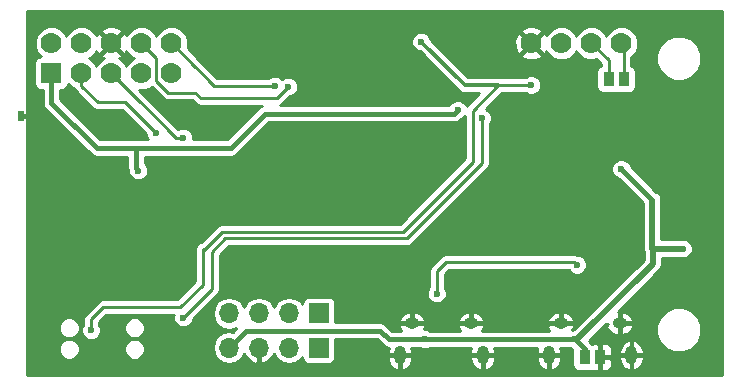
<source format=gbr>
G04 #@! TF.FileFunction,Copper,L2,Bot,Signal*
%FSLAX46Y46*%
G04 Gerber Fmt 4.6, Leading zero omitted, Abs format (unit mm)*
G04 Created by KiCad (PCBNEW 4.0.7) date 12/12/18 10:49:55*
%MOMM*%
%LPD*%
G01*
G04 APERTURE LIST*
%ADD10C,0.100000*%
%ADD11R,1.700000X1.700000*%
%ADD12O,1.700000X1.700000*%
%ADD13O,1.250000X0.950000*%
%ADD14O,1.000000X1.550000*%
%ADD15C,0.600000*%
%ADD16R,0.500000X0.900000*%
%ADD17R,1.778000X1.778000*%
%ADD18C,1.778000*%
%ADD19R,0.970000X1.270000*%
%ADD20C,0.250000*%
%ADD21C,0.400000*%
%ADD22C,0.300000*%
%ADD23C,0.500000*%
%ADD24C,0.254000*%
G04 APERTURE END LIST*
D10*
D11*
X179527200Y-100101400D03*
D12*
X176987200Y-100101400D03*
X174447200Y-100101400D03*
X171907200Y-100101400D03*
D13*
X187388400Y-100951500D03*
X192388400Y-100951500D03*
D14*
X186388400Y-103651500D03*
X193388400Y-103651500D03*
D13*
X199988400Y-100951500D03*
X204988400Y-100951500D03*
D14*
X198988400Y-103651500D03*
X205988400Y-103651500D03*
D15*
X209448400Y-95948500D03*
X204495400Y-96202500D03*
X196494400Y-88709500D03*
X197866000Y-82931000D03*
D11*
X179527200Y-102997000D03*
D12*
X176987200Y-102997000D03*
X174447200Y-102997000D03*
X171907200Y-102997000D03*
D15*
X178765200Y-95072200D03*
X188264800Y-95123000D03*
X176174400Y-87757000D03*
X163474400Y-84010500D03*
X165633400Y-81851500D03*
X168173400Y-82486500D03*
X155536900Y-84328000D03*
X156362400Y-86804500D03*
X157251400Y-86804500D03*
X158203900Y-86804500D03*
X159156400Y-86741000D03*
X156489400Y-84328000D03*
X157314900Y-84328000D03*
X171475400Y-82994500D03*
X171538900Y-84264500D03*
X173062900Y-83058000D03*
X172491400Y-83820000D03*
X162902900Y-84328000D03*
X162013900Y-84391500D03*
X161251900Y-84391500D03*
X160616900Y-84391500D03*
D16*
X154266900Y-83371000D03*
D15*
X168744900Y-77343000D03*
X169316400Y-76962000D03*
X170967400Y-79057500D03*
X179095400Y-81534000D03*
X170078400Y-76644500D03*
X170903900Y-76581000D03*
X171729400Y-76581000D03*
X172745400Y-76644500D03*
X155473400Y-86804500D03*
X162839400Y-87185500D03*
X161950400Y-87185500D03*
X160870900Y-87122000D03*
X160045400Y-86931500D03*
D17*
X156870400Y-79773780D03*
D18*
X156870400Y-77233780D03*
X159410400Y-79773780D03*
X159410400Y-77233780D03*
X161950400Y-79773780D03*
X161950400Y-77233780D03*
X164490400Y-79773780D03*
X164490400Y-77233780D03*
X167030400Y-79773780D03*
X167030400Y-77233780D03*
X197510400Y-77233780D03*
X200050400Y-77233780D03*
X202590400Y-77233780D03*
X205130400Y-77233780D03*
D15*
X173062900Y-77470000D03*
X173507400Y-79057500D03*
X209448400Y-96647000D03*
X195732400Y-100647500D03*
X167665400Y-82931000D03*
X168046400Y-83629500D03*
X167220900Y-83439000D03*
X168871900Y-102806500D03*
D19*
X202013900Y-103822500D03*
X203293900Y-103822500D03*
X204045900Y-80264000D03*
X205325900Y-80264000D03*
D15*
X201371200Y-95986600D03*
X189509400Y-98425000D03*
X165696900Y-84836000D03*
X168046400Y-85217000D03*
X176936400Y-80899000D03*
X175793400Y-80835500D03*
X164236400Y-88011000D03*
X191262000Y-82880200D03*
X201193400Y-102298500D03*
X188493400Y-102298500D03*
X205130400Y-87884000D03*
X210337400Y-94615000D03*
X188175900Y-77089000D03*
X160235900Y-101536500D03*
X197510400Y-80772000D03*
X168046400Y-100457000D03*
X193319400Y-83566000D03*
D20*
X201142600Y-95758000D02*
X201371200Y-95986600D01*
X189509400Y-96520000D02*
X190271400Y-95758000D01*
X189509400Y-98425000D02*
X189509400Y-96520000D01*
X190271400Y-95758000D02*
X201142600Y-95758000D01*
D21*
X154266900Y-83371000D02*
X154960900Y-83371000D01*
X154960900Y-83371000D02*
X154965400Y-83375500D01*
D20*
X159410400Y-80835500D02*
X159410400Y-79773780D01*
X160807400Y-82232500D02*
X159410400Y-80835500D01*
X163093400Y-82232500D02*
X160807400Y-82232500D01*
X165696900Y-84836000D02*
X163093400Y-82232500D01*
X161950400Y-79773780D02*
X161968180Y-79773780D01*
X161968180Y-79773780D02*
X167411400Y-85217000D01*
X167411400Y-85217000D02*
X168046400Y-85217000D01*
X164345620Y-82169000D02*
X161950400Y-79773780D01*
X176936400Y-80899000D02*
X175983900Y-81851500D01*
X169506900Y-81851500D02*
X169062400Y-81407000D01*
X175983900Y-81851500D02*
X169506900Y-81851500D01*
X165760400Y-78503780D02*
X164490400Y-77233780D01*
X165760400Y-80391000D02*
X165760400Y-78503780D01*
X166776400Y-81407000D02*
X165760400Y-80391000D01*
X169062400Y-81407000D02*
X166776400Y-81407000D01*
D22*
X167030400Y-77233780D02*
X167048180Y-77233780D01*
D20*
X167048180Y-77233780D02*
X170649900Y-80835500D01*
X170649900Y-80835500D02*
X175793400Y-80835500D01*
X167048180Y-77233780D02*
X169062400Y-79248000D01*
D21*
X164045900Y-86106000D02*
X164045900Y-87820500D01*
X164045900Y-87820500D02*
X164236400Y-88011000D01*
X156870400Y-79773780D02*
X156870400Y-82270600D01*
X156870400Y-82270600D02*
X160705800Y-86106000D01*
X172046900Y-86106000D02*
X174967900Y-83185000D01*
X160705800Y-86106000D02*
X164045900Y-86106000D01*
X164045900Y-86106000D02*
X172046900Y-86106000D01*
X156870400Y-82270600D02*
X157784800Y-83185000D01*
X156870400Y-82270600D02*
X157784800Y-83185000D01*
X190957200Y-83185000D02*
X191262000Y-82880200D01*
X174967900Y-83185000D02*
X190957200Y-83185000D01*
D20*
X204045900Y-80264000D02*
X204045900Y-78689280D01*
X204045900Y-78689280D02*
X202590400Y-77233780D01*
X205325900Y-80264000D02*
X205325900Y-77429280D01*
X205325900Y-77429280D02*
X205130400Y-77233780D01*
D21*
X202013900Y-103822500D02*
X202013900Y-103119000D01*
X202013900Y-103119000D02*
X201193400Y-102298500D01*
D23*
X201193400Y-102298500D02*
X201383900Y-102298500D01*
X207797400Y-95885000D02*
X207797400Y-94615000D01*
X201383900Y-102298500D02*
X207797400Y-95885000D01*
D21*
X188493400Y-102298500D02*
X201193400Y-102298500D01*
X184111900Y-101574600D02*
X184721500Y-101574600D01*
X185445400Y-102298500D02*
X188493400Y-102298500D01*
X184721500Y-101574600D02*
X185445400Y-102298500D01*
D23*
X188493400Y-102298500D02*
X188429900Y-102298500D01*
D22*
X207733900Y-94678500D02*
X207797400Y-94615000D01*
D21*
X207733900Y-90487500D02*
X205130400Y-87884000D01*
D23*
X207733900Y-94678500D02*
X207733900Y-90487500D01*
X207797400Y-94615000D02*
X210337400Y-94615000D01*
D21*
X173329600Y-101574600D02*
X184111900Y-101574600D01*
X184111900Y-101574600D02*
X184505600Y-101574600D01*
X171907200Y-102997000D02*
X173329600Y-101574600D01*
D22*
X191858900Y-80772000D02*
X194716400Y-80772000D01*
X188175900Y-77089000D02*
X191858900Y-80772000D01*
D20*
X169697400Y-94678500D02*
X169697400Y-94996000D01*
X163347400Y-99568000D02*
X161251900Y-99568000D01*
X163347400Y-99568000D02*
X167792400Y-99568000D01*
X167792400Y-99568000D02*
X169697400Y-97663000D01*
X169697400Y-97663000D02*
X169697400Y-94996000D01*
X169697400Y-94996000D02*
X169697400Y-94843600D01*
X187794900Y-92036900D02*
X186639200Y-93192600D01*
X186639200Y-93192600D02*
X171348400Y-93192600D01*
X171348400Y-93192600D02*
X169697400Y-94843600D01*
X187794900Y-92011500D02*
X187794900Y-92036900D01*
X160235900Y-100584000D02*
X160235900Y-101536500D01*
X161251900Y-99568000D02*
X160235900Y-100584000D01*
X194716400Y-80772000D02*
X197510400Y-80772000D01*
X192557400Y-82931000D02*
X194716400Y-80772000D01*
X192557400Y-87249000D02*
X192557400Y-82931000D01*
X187477400Y-92329000D02*
X187794900Y-92011500D01*
X187794900Y-92011500D02*
X192557400Y-87249000D01*
X168046400Y-100457000D02*
X170459400Y-98044000D01*
X170459400Y-94894400D02*
X171602400Y-93751400D01*
X171602400Y-93751400D02*
X186944000Y-93751400D01*
X186944000Y-93751400D02*
X193319400Y-87376000D01*
X170459400Y-98044000D02*
X170459400Y-94894400D01*
X193319400Y-87376000D02*
X193319400Y-83566000D01*
X187731400Y-92964000D02*
X193319400Y-87376000D01*
D24*
G36*
X213639400Y-105346500D02*
X154774900Y-105346500D01*
X154774900Y-103310265D01*
X157490447Y-103310265D01*
X157624896Y-103635657D01*
X157873633Y-103884829D01*
X158198790Y-104019846D01*
X158550865Y-104020153D01*
X158876257Y-103885704D01*
X159125429Y-103636967D01*
X159260446Y-103311810D01*
X159260447Y-103310265D01*
X163027647Y-103310265D01*
X163162096Y-103635657D01*
X163410833Y-103884829D01*
X163735990Y-104019846D01*
X164088065Y-104020153D01*
X164413457Y-103885704D01*
X164662629Y-103636967D01*
X164797646Y-103311810D01*
X164797953Y-102959735D01*
X164663504Y-102634343D01*
X164414767Y-102385171D01*
X164089610Y-102250154D01*
X163737535Y-102249847D01*
X163412143Y-102384296D01*
X163162971Y-102633033D01*
X163027954Y-102958190D01*
X163027647Y-103310265D01*
X159260447Y-103310265D01*
X159260753Y-102959735D01*
X159126304Y-102634343D01*
X158877567Y-102385171D01*
X158552410Y-102250154D01*
X158200335Y-102249847D01*
X157874943Y-102384296D01*
X157625771Y-102633033D01*
X157490754Y-102958190D01*
X157490447Y-103310265D01*
X154774900Y-103310265D01*
X154774900Y-101510265D01*
X157490447Y-101510265D01*
X157624896Y-101835657D01*
X157873633Y-102084829D01*
X158198790Y-102219846D01*
X158550865Y-102220153D01*
X158876257Y-102085704D01*
X159125429Y-101836967D01*
X159260446Y-101511810D01*
X159260753Y-101159735D01*
X159126304Y-100834343D01*
X158877567Y-100585171D01*
X158552410Y-100450154D01*
X158200335Y-100449847D01*
X157874943Y-100584296D01*
X157625771Y-100833033D01*
X157490754Y-101158190D01*
X157490447Y-101510265D01*
X154774900Y-101510265D01*
X154774900Y-78884780D01*
X155435919Y-78884780D01*
X155435919Y-80662780D01*
X155473224Y-80861039D01*
X155590395Y-81043128D01*
X155769177Y-81165285D01*
X155981400Y-81208261D01*
X156135400Y-81208261D01*
X156135400Y-82270600D01*
X156191349Y-82551872D01*
X156350677Y-82790323D01*
X157265077Y-83704724D01*
X160186077Y-86625724D01*
X160424528Y-86785051D01*
X160705800Y-86841000D01*
X163310900Y-86841000D01*
X163310900Y-87820500D01*
X163343773Y-87985760D01*
X163366849Y-88101772D01*
X163401275Y-88153294D01*
X163401255Y-88176363D01*
X163528108Y-88483372D01*
X163762793Y-88718466D01*
X164069579Y-88845855D01*
X164401763Y-88846145D01*
X164708772Y-88719292D01*
X164943866Y-88484607D01*
X165071255Y-88177821D01*
X165071545Y-87845637D01*
X164944692Y-87538628D01*
X164780900Y-87374551D01*
X164780900Y-86841000D01*
X172046900Y-86841000D01*
X172328172Y-86785051D01*
X172566623Y-86625723D01*
X175272347Y-83920000D01*
X190957200Y-83920000D01*
X191238472Y-83864051D01*
X191476923Y-83704723D01*
X191493718Y-83687928D01*
X191734372Y-83588492D01*
X191897400Y-83425748D01*
X191897400Y-86975619D01*
X187328213Y-91544807D01*
X187328210Y-91544809D01*
X187010710Y-91862310D01*
X186959564Y-91938855D01*
X186365820Y-92532600D01*
X171348400Y-92532600D01*
X171095829Y-92582840D01*
X171038330Y-92621260D01*
X170881710Y-92725909D01*
X169562233Y-94045387D01*
X169444829Y-94068740D01*
X169230710Y-94211810D01*
X169087640Y-94425929D01*
X169037400Y-94678500D01*
X169037400Y-97389619D01*
X167519020Y-98908000D01*
X161251900Y-98908000D01*
X160999329Y-98958240D01*
X160785210Y-99101310D01*
X159769210Y-100117310D01*
X159626140Y-100331429D01*
X159575900Y-100584000D01*
X159575900Y-101015510D01*
X159528434Y-101062893D01*
X159401045Y-101369679D01*
X159400755Y-101701863D01*
X159527608Y-102008872D01*
X159762293Y-102243966D01*
X160069079Y-102371355D01*
X160401263Y-102371645D01*
X160708272Y-102244792D01*
X160943366Y-102010107D01*
X161070755Y-101703321D01*
X161070923Y-101510265D01*
X163027647Y-101510265D01*
X163162096Y-101835657D01*
X163410833Y-102084829D01*
X163735990Y-102219846D01*
X164088065Y-102220153D01*
X164413457Y-102085704D01*
X164662629Y-101836967D01*
X164797646Y-101511810D01*
X164797953Y-101159735D01*
X164663504Y-100834343D01*
X164414767Y-100585171D01*
X164089610Y-100450154D01*
X163737535Y-100449847D01*
X163412143Y-100584296D01*
X163162971Y-100833033D01*
X163027954Y-101158190D01*
X163027647Y-101510265D01*
X161070923Y-101510265D01*
X161071045Y-101371137D01*
X160944192Y-101064128D01*
X160895900Y-101015752D01*
X160895900Y-100857380D01*
X161525280Y-100228000D01*
X167237364Y-100228000D01*
X167211545Y-100290179D01*
X167211255Y-100622363D01*
X167338108Y-100929372D01*
X167572793Y-101164466D01*
X167879579Y-101291855D01*
X168211763Y-101292145D01*
X168518772Y-101165292D01*
X168753866Y-100930607D01*
X168881255Y-100623821D01*
X168881315Y-100555465D01*
X169362514Y-100074266D01*
X170522200Y-100074266D01*
X170522200Y-100128534D01*
X170627627Y-100658551D01*
X170927857Y-101107877D01*
X171377183Y-101408107D01*
X171907200Y-101513534D01*
X172437217Y-101408107D01*
X172495770Y-101368983D01*
X172218055Y-101646699D01*
X171907200Y-101584866D01*
X171377183Y-101690293D01*
X170927857Y-101990523D01*
X170627627Y-102439849D01*
X170522200Y-102969866D01*
X170522200Y-103024134D01*
X170627627Y-103554151D01*
X170927857Y-104003477D01*
X171377183Y-104303707D01*
X171907200Y-104409134D01*
X172437217Y-104303707D01*
X172886543Y-104003477D01*
X173186773Y-103554151D01*
X173193508Y-103520291D01*
X173308347Y-103785198D01*
X173696667Y-104161020D01*
X174154821Y-104350787D01*
X174370200Y-104245879D01*
X174370200Y-103074000D01*
X174350200Y-103074000D01*
X174350200Y-102920000D01*
X174370200Y-102920000D01*
X174370200Y-102900000D01*
X174524200Y-102900000D01*
X174524200Y-102920000D01*
X174544200Y-102920000D01*
X174544200Y-103074000D01*
X174524200Y-103074000D01*
X174524200Y-104245879D01*
X174739579Y-104350787D01*
X175197733Y-104161020D01*
X175586053Y-103785198D01*
X175700892Y-103520291D01*
X175707627Y-103554151D01*
X176007857Y-104003477D01*
X176457183Y-104303707D01*
X176987200Y-104409134D01*
X177517217Y-104303707D01*
X177966543Y-104003477D01*
X178131719Y-103756274D01*
X178131719Y-103847000D01*
X178169024Y-104045259D01*
X178286195Y-104227348D01*
X178464977Y-104349505D01*
X178677200Y-104392481D01*
X180377200Y-104392481D01*
X180575459Y-104355176D01*
X180757548Y-104238005D01*
X180879705Y-104059223D01*
X180922681Y-103847000D01*
X180922681Y-103728500D01*
X185353400Y-103728500D01*
X185353400Y-104003500D01*
X185461651Y-104393716D01*
X185710991Y-104712803D01*
X186063461Y-104912182D01*
X186150887Y-104933879D01*
X186311400Y-104824455D01*
X186311400Y-103728500D01*
X186465400Y-103728500D01*
X186465400Y-104824455D01*
X186625913Y-104933879D01*
X186713339Y-104912182D01*
X187065809Y-104712803D01*
X187315149Y-104393716D01*
X187423400Y-104003500D01*
X187423400Y-103728500D01*
X192353400Y-103728500D01*
X192353400Y-104003500D01*
X192461651Y-104393716D01*
X192710991Y-104712803D01*
X193063461Y-104912182D01*
X193150887Y-104933879D01*
X193311400Y-104824455D01*
X193311400Y-103728500D01*
X193465400Y-103728500D01*
X193465400Y-104824455D01*
X193625913Y-104933879D01*
X193713339Y-104912182D01*
X194065809Y-104712803D01*
X194315149Y-104393716D01*
X194423400Y-104003500D01*
X194423400Y-103728500D01*
X197953400Y-103728500D01*
X197953400Y-104003500D01*
X198061651Y-104393716D01*
X198310991Y-104712803D01*
X198663461Y-104912182D01*
X198750887Y-104933879D01*
X198911400Y-104824455D01*
X198911400Y-103728500D01*
X199065400Y-103728500D01*
X199065400Y-104824455D01*
X199225913Y-104933879D01*
X199313339Y-104912182D01*
X199665809Y-104712803D01*
X199915149Y-104393716D01*
X200023400Y-104003500D01*
X200023400Y-103728500D01*
X199065400Y-103728500D01*
X198911400Y-103728500D01*
X197953400Y-103728500D01*
X194423400Y-103728500D01*
X193465400Y-103728500D01*
X193311400Y-103728500D01*
X192353400Y-103728500D01*
X187423400Y-103728500D01*
X186465400Y-103728500D01*
X186311400Y-103728500D01*
X185353400Y-103728500D01*
X180922681Y-103728500D01*
X180922681Y-102309600D01*
X184417054Y-102309600D01*
X184925676Y-102818223D01*
X185024788Y-102884447D01*
X185164128Y-102977551D01*
X185428144Y-103030068D01*
X185353400Y-103299500D01*
X185353400Y-103574500D01*
X186311400Y-103574500D01*
X186311400Y-103554500D01*
X186465400Y-103554500D01*
X186465400Y-103574500D01*
X187423400Y-103574500D01*
X187423400Y-103299500D01*
X187349608Y-103033500D01*
X188086102Y-103033500D01*
X188326579Y-103133355D01*
X188658763Y-103133645D01*
X188901133Y-103033500D01*
X192427192Y-103033500D01*
X192353400Y-103299500D01*
X192353400Y-103574500D01*
X193311400Y-103574500D01*
X193311400Y-103554500D01*
X193465400Y-103554500D01*
X193465400Y-103574500D01*
X194423400Y-103574500D01*
X194423400Y-103299500D01*
X194349608Y-103033500D01*
X198027192Y-103033500D01*
X197953400Y-103299500D01*
X197953400Y-103574500D01*
X198911400Y-103574500D01*
X198911400Y-103554500D01*
X199065400Y-103554500D01*
X199065400Y-103574500D01*
X200023400Y-103574500D01*
X200023400Y-103299500D01*
X199949608Y-103033500D01*
X200786102Y-103033500D01*
X200961988Y-103106534D01*
X200993445Y-103137991D01*
X200983419Y-103187500D01*
X200983419Y-104457500D01*
X201020724Y-104655759D01*
X201137895Y-104837848D01*
X201316677Y-104960005D01*
X201528900Y-105002981D01*
X202498900Y-105002981D01*
X202656289Y-104973366D01*
X202702482Y-104992500D01*
X203083150Y-104992500D01*
X203216900Y-104858750D01*
X203216900Y-103899500D01*
X203370900Y-103899500D01*
X203370900Y-104858750D01*
X203504650Y-104992500D01*
X203885318Y-104992500D01*
X204081953Y-104911051D01*
X204232451Y-104760553D01*
X204313900Y-104563918D01*
X204313900Y-104033250D01*
X204180150Y-103899500D01*
X203370900Y-103899500D01*
X203216900Y-103899500D01*
X203196900Y-103899500D01*
X203196900Y-103745500D01*
X203216900Y-103745500D01*
X203216900Y-102786250D01*
X203370900Y-102786250D01*
X203370900Y-103745500D01*
X204180150Y-103745500D01*
X204197150Y-103728500D01*
X204953400Y-103728500D01*
X204953400Y-104003500D01*
X205061651Y-104393716D01*
X205310991Y-104712803D01*
X205663461Y-104912182D01*
X205750887Y-104933879D01*
X205911400Y-104824455D01*
X205911400Y-103728500D01*
X206065400Y-103728500D01*
X206065400Y-104824455D01*
X206225913Y-104933879D01*
X206313339Y-104912182D01*
X206665809Y-104712803D01*
X206915149Y-104393716D01*
X207023400Y-104003500D01*
X207023400Y-103728500D01*
X206065400Y-103728500D01*
X205911400Y-103728500D01*
X204953400Y-103728500D01*
X204197150Y-103728500D01*
X204313900Y-103611750D01*
X204313900Y-103299500D01*
X204953400Y-103299500D01*
X204953400Y-103574500D01*
X205911400Y-103574500D01*
X205911400Y-102478545D01*
X206065400Y-102478545D01*
X206065400Y-103574500D01*
X207023400Y-103574500D01*
X207023400Y-103299500D01*
X206915149Y-102909284D01*
X206665809Y-102590197D01*
X206313339Y-102390818D01*
X206225913Y-102369121D01*
X206065400Y-102478545D01*
X205911400Y-102478545D01*
X205750887Y-102369121D01*
X205663461Y-102390818D01*
X205310991Y-102590197D01*
X205061651Y-102909284D01*
X204953400Y-103299500D01*
X204313900Y-103299500D01*
X204313900Y-103081082D01*
X204232451Y-102884447D01*
X204081953Y-102733949D01*
X203885318Y-102652500D01*
X203504650Y-102652500D01*
X203370900Y-102786250D01*
X203216900Y-102786250D01*
X203083150Y-102652500D01*
X202702482Y-102652500D01*
X202652629Y-102673150D01*
X202572085Y-102656839D01*
X202533623Y-102599276D01*
X202363452Y-102429106D01*
X203828400Y-100964158D01*
X203828400Y-101028502D01*
X203965539Y-101028502D01*
X203855783Y-101185091D01*
X203870653Y-101258909D01*
X204061959Y-101605850D01*
X204371471Y-101853172D01*
X204752069Y-101963222D01*
X204911400Y-101830521D01*
X204911400Y-101028500D01*
X205065400Y-101028500D01*
X205065400Y-101830521D01*
X205224731Y-101963222D01*
X205498350Y-101884105D01*
X208090110Y-101884105D01*
X208380146Y-102586048D01*
X208916727Y-103123566D01*
X209618163Y-103414828D01*
X210377665Y-103415490D01*
X211079608Y-103125454D01*
X211617126Y-102588873D01*
X211908388Y-101887437D01*
X211909050Y-101127935D01*
X211619014Y-100425992D01*
X211082433Y-99888474D01*
X210380997Y-99597212D01*
X209621495Y-99596550D01*
X208919552Y-99886586D01*
X208382034Y-100423167D01*
X208090772Y-101124603D01*
X208090110Y-101884105D01*
X205498350Y-101884105D01*
X205605329Y-101853172D01*
X205914841Y-101605850D01*
X206106147Y-101258909D01*
X206121017Y-101185091D01*
X206011260Y-101028500D01*
X205065400Y-101028500D01*
X204911400Y-101028500D01*
X204891400Y-101028500D01*
X204891400Y-100874500D01*
X204911400Y-100874500D01*
X204911400Y-100072479D01*
X205065400Y-100072479D01*
X205065400Y-100874500D01*
X206011260Y-100874500D01*
X206121017Y-100717909D01*
X206106147Y-100644091D01*
X205914841Y-100297150D01*
X205605329Y-100049828D01*
X205224731Y-99939778D01*
X205065400Y-100072479D01*
X204911400Y-100072479D01*
X204807016Y-99985542D01*
X208352479Y-96440079D01*
X208522645Y-96185406D01*
X208582400Y-95885000D01*
X208582400Y-95400000D01*
X210050515Y-95400000D01*
X210170579Y-95449855D01*
X210502763Y-95450145D01*
X210809772Y-95323292D01*
X211044866Y-95088607D01*
X211172255Y-94781821D01*
X211172545Y-94449637D01*
X211045692Y-94142628D01*
X210811007Y-93907534D01*
X210504221Y-93780145D01*
X210172037Y-93779855D01*
X210050676Y-93830000D01*
X208518900Y-93830000D01*
X208518900Y-90487500D01*
X208459145Y-90187094D01*
X208288979Y-89932421D01*
X208075879Y-89790033D01*
X205938128Y-87652282D01*
X205838692Y-87411628D01*
X205604007Y-87176534D01*
X205297221Y-87049145D01*
X204965037Y-87048855D01*
X204658028Y-87175708D01*
X204422934Y-87410393D01*
X204295545Y-87717179D01*
X204295255Y-88049363D01*
X204422108Y-88356372D01*
X204656793Y-88591466D01*
X204898989Y-88692035D01*
X206948900Y-90741946D01*
X206948900Y-94678500D01*
X207008655Y-94978906D01*
X207012400Y-94984511D01*
X207012400Y-95559842D01*
X201108816Y-101463426D01*
X201028037Y-101463355D01*
X200983198Y-101481882D01*
X201106147Y-101258909D01*
X201121017Y-101185091D01*
X201011260Y-101028500D01*
X200065400Y-101028500D01*
X200065400Y-101048500D01*
X199911400Y-101048500D01*
X199911400Y-101028500D01*
X198965540Y-101028500D01*
X198855783Y-101185091D01*
X198870653Y-101258909D01*
X199038607Y-101563500D01*
X193338193Y-101563500D01*
X193506147Y-101258909D01*
X193521017Y-101185091D01*
X193411260Y-101028500D01*
X192465400Y-101028500D01*
X192465400Y-101048500D01*
X192311400Y-101048500D01*
X192311400Y-101028500D01*
X191365540Y-101028500D01*
X191255783Y-101185091D01*
X191270653Y-101258909D01*
X191438607Y-101563500D01*
X188900698Y-101563500D01*
X188660221Y-101463645D01*
X188393382Y-101463412D01*
X188506147Y-101258909D01*
X188521017Y-101185091D01*
X188411260Y-101028500D01*
X187465400Y-101028500D01*
X187465400Y-101048500D01*
X187311400Y-101048500D01*
X187311400Y-101028500D01*
X186365540Y-101028500D01*
X186255783Y-101185091D01*
X186270653Y-101258909D01*
X186438607Y-101563500D01*
X185749847Y-101563500D01*
X185241223Y-101054877D01*
X185002772Y-100895549D01*
X184721500Y-100839600D01*
X180922681Y-100839600D01*
X180922681Y-100717909D01*
X186255783Y-100717909D01*
X186365540Y-100874500D01*
X187311400Y-100874500D01*
X187311400Y-100072479D01*
X187465400Y-100072479D01*
X187465400Y-100874500D01*
X188411260Y-100874500D01*
X188521017Y-100717909D01*
X191255783Y-100717909D01*
X191365540Y-100874500D01*
X192311400Y-100874500D01*
X192311400Y-100072479D01*
X192465400Y-100072479D01*
X192465400Y-100874500D01*
X193411260Y-100874500D01*
X193521017Y-100717909D01*
X198855783Y-100717909D01*
X198965540Y-100874500D01*
X199911400Y-100874500D01*
X199911400Y-100072479D01*
X200065400Y-100072479D01*
X200065400Y-100874500D01*
X201011260Y-100874500D01*
X201121017Y-100717909D01*
X201106147Y-100644091D01*
X200914841Y-100297150D01*
X200605329Y-100049828D01*
X200224731Y-99939778D01*
X200065400Y-100072479D01*
X199911400Y-100072479D01*
X199752069Y-99939778D01*
X199371471Y-100049828D01*
X199061959Y-100297150D01*
X198870653Y-100644091D01*
X198855783Y-100717909D01*
X193521017Y-100717909D01*
X193506147Y-100644091D01*
X193314841Y-100297150D01*
X193005329Y-100049828D01*
X192624731Y-99939778D01*
X192465400Y-100072479D01*
X192311400Y-100072479D01*
X192152069Y-99939778D01*
X191771471Y-100049828D01*
X191461959Y-100297150D01*
X191270653Y-100644091D01*
X191255783Y-100717909D01*
X188521017Y-100717909D01*
X188506147Y-100644091D01*
X188314841Y-100297150D01*
X188005329Y-100049828D01*
X187624731Y-99939778D01*
X187465400Y-100072479D01*
X187311400Y-100072479D01*
X187152069Y-99939778D01*
X186771471Y-100049828D01*
X186461959Y-100297150D01*
X186270653Y-100644091D01*
X186255783Y-100717909D01*
X180922681Y-100717909D01*
X180922681Y-99251400D01*
X180885376Y-99053141D01*
X180768205Y-98871052D01*
X180589423Y-98748895D01*
X180377200Y-98705919D01*
X178677200Y-98705919D01*
X178478941Y-98743224D01*
X178296852Y-98860395D01*
X178174695Y-99039177D01*
X178131719Y-99251400D01*
X178131719Y-99342126D01*
X177966543Y-99094923D01*
X177517217Y-98794693D01*
X176987200Y-98689266D01*
X176457183Y-98794693D01*
X176007857Y-99094923D01*
X175717200Y-99529922D01*
X175426543Y-99094923D01*
X174977217Y-98794693D01*
X174447200Y-98689266D01*
X173917183Y-98794693D01*
X173467857Y-99094923D01*
X173177200Y-99529922D01*
X172886543Y-99094923D01*
X172437217Y-98794693D01*
X171907200Y-98689266D01*
X171377183Y-98794693D01*
X170927857Y-99094923D01*
X170627627Y-99544249D01*
X170522200Y-100074266D01*
X169362514Y-100074266D01*
X170846417Y-98590363D01*
X188674255Y-98590363D01*
X188801108Y-98897372D01*
X189035793Y-99132466D01*
X189342579Y-99259855D01*
X189674763Y-99260145D01*
X189981772Y-99133292D01*
X190216866Y-98898607D01*
X190344255Y-98591821D01*
X190344545Y-98259637D01*
X190217692Y-97952628D01*
X190169400Y-97904252D01*
X190169400Y-96793380D01*
X190544781Y-96418000D01*
X200645979Y-96418000D01*
X200662908Y-96458972D01*
X200897593Y-96694066D01*
X201204379Y-96821455D01*
X201536563Y-96821745D01*
X201843572Y-96694892D01*
X202078666Y-96460207D01*
X202206055Y-96153421D01*
X202206345Y-95821237D01*
X202079492Y-95514228D01*
X201844807Y-95279134D01*
X201538021Y-95151745D01*
X201400237Y-95151625D01*
X201395171Y-95148240D01*
X201388791Y-95146971D01*
X201142600Y-95098000D01*
X190271400Y-95098000D01*
X190018829Y-95148240D01*
X189804710Y-95291309D01*
X189042710Y-96053310D01*
X188899640Y-96267429D01*
X188849400Y-96520000D01*
X188849400Y-97904010D01*
X188801934Y-97951393D01*
X188674545Y-98258179D01*
X188674255Y-98590363D01*
X170846417Y-98590363D01*
X170926090Y-98510691D01*
X171069160Y-98296571D01*
X171076797Y-98258179D01*
X171119400Y-98044000D01*
X171119400Y-95167780D01*
X171875781Y-94411400D01*
X186944000Y-94411400D01*
X187196571Y-94361160D01*
X187410690Y-94218090D01*
X193786090Y-87842691D01*
X193929160Y-87628571D01*
X193979400Y-87376000D01*
X193979400Y-84086990D01*
X194026866Y-84039607D01*
X194154255Y-83732821D01*
X194154545Y-83400637D01*
X194027692Y-83093628D01*
X193793007Y-82858534D01*
X193630659Y-82791121D01*
X194989781Y-81432000D01*
X196989410Y-81432000D01*
X197036793Y-81479466D01*
X197343579Y-81606855D01*
X197675763Y-81607145D01*
X197982772Y-81480292D01*
X198217866Y-81245607D01*
X198345255Y-80938821D01*
X198345545Y-80606637D01*
X198218692Y-80299628D01*
X197984007Y-80064534D01*
X197677221Y-79937145D01*
X197345037Y-79936855D01*
X197038028Y-80063708D01*
X196989652Y-80112000D01*
X194842082Y-80112000D01*
X194716400Y-80087000D01*
X192142636Y-80087000D01*
X190274343Y-78218707D01*
X196634368Y-78218707D01*
X196720491Y-78451996D01*
X197246810Y-78661550D01*
X197813259Y-78653739D01*
X198300309Y-78451996D01*
X198386432Y-78218707D01*
X197510400Y-77342674D01*
X196634368Y-78218707D01*
X190274343Y-78218707D01*
X189025826Y-76970190D01*
X196082630Y-76970190D01*
X196090441Y-77536639D01*
X196292184Y-78023689D01*
X196525473Y-78109812D01*
X197401506Y-77233780D01*
X197619294Y-77233780D01*
X198495327Y-78109812D01*
X198728616Y-78023689D01*
X198781319Y-77891319D01*
X198842487Y-78039358D01*
X199242716Y-78440285D01*
X199765906Y-78657532D01*
X200332408Y-78658027D01*
X200855978Y-78441693D01*
X201256905Y-78041464D01*
X201320287Y-77888822D01*
X201382487Y-78039358D01*
X201782716Y-78440285D01*
X202305906Y-78657532D01*
X202872408Y-78658027D01*
X203020200Y-78596961D01*
X203385900Y-78962661D01*
X203385900Y-79116448D01*
X203362641Y-79120824D01*
X203180552Y-79237995D01*
X203058395Y-79416777D01*
X203015419Y-79629000D01*
X203015419Y-80899000D01*
X203052724Y-81097259D01*
X203169895Y-81279348D01*
X203348677Y-81401505D01*
X203560900Y-81444481D01*
X204530900Y-81444481D01*
X204691590Y-81414245D01*
X204840900Y-81444481D01*
X205810900Y-81444481D01*
X206009159Y-81407176D01*
X206191248Y-81290005D01*
X206313405Y-81111223D01*
X206356381Y-80899000D01*
X206356381Y-79629000D01*
X206319076Y-79430741D01*
X206201905Y-79248652D01*
X206023123Y-79126495D01*
X205985900Y-79118957D01*
X205985900Y-78881865D01*
X208090110Y-78881865D01*
X208380146Y-79583808D01*
X208916727Y-80121326D01*
X209618163Y-80412588D01*
X210377665Y-80413250D01*
X211079608Y-80123214D01*
X211617126Y-79586633D01*
X211908388Y-78885197D01*
X211909050Y-78125695D01*
X211619014Y-77423752D01*
X211082433Y-76886234D01*
X210380997Y-76594972D01*
X209621495Y-76594310D01*
X208919552Y-76884346D01*
X208382034Y-77420927D01*
X208090772Y-78122363D01*
X208090110Y-78881865D01*
X205985900Y-78881865D01*
X205985900Y-78391858D01*
X206336905Y-78041464D01*
X206554152Y-77518274D01*
X206554647Y-76951772D01*
X206338313Y-76428202D01*
X205938084Y-76027275D01*
X205414894Y-75810028D01*
X204848392Y-75809533D01*
X204324822Y-76025867D01*
X203923895Y-76426096D01*
X203860513Y-76578738D01*
X203798313Y-76428202D01*
X203398084Y-76027275D01*
X202874894Y-75810028D01*
X202308392Y-75809533D01*
X201784822Y-76025867D01*
X201383895Y-76426096D01*
X201320513Y-76578738D01*
X201258313Y-76428202D01*
X200858084Y-76027275D01*
X200334894Y-75810028D01*
X199768392Y-75809533D01*
X199244822Y-76025867D01*
X198843895Y-76426096D01*
X198782499Y-76573955D01*
X198728616Y-76443871D01*
X198495327Y-76357748D01*
X197619294Y-77233780D01*
X197401506Y-77233780D01*
X196525473Y-76357748D01*
X196292184Y-76443871D01*
X196082630Y-76970190D01*
X189025826Y-76970190D01*
X189011017Y-76955381D01*
X189011045Y-76923637D01*
X188884192Y-76616628D01*
X188649507Y-76381534D01*
X188342721Y-76254145D01*
X188010537Y-76253855D01*
X187703528Y-76380708D01*
X187468434Y-76615393D01*
X187341045Y-76922179D01*
X187340755Y-77254363D01*
X187467608Y-77561372D01*
X187702293Y-77796466D01*
X188009079Y-77923855D01*
X188042048Y-77923884D01*
X191374532Y-81256368D01*
X191596762Y-81404857D01*
X191858900Y-81457000D01*
X193098020Y-81457000D01*
X192090710Y-82464310D01*
X192030724Y-82554085D01*
X191970292Y-82407828D01*
X191735607Y-82172734D01*
X191428821Y-82045345D01*
X191096637Y-82045055D01*
X190789628Y-82171908D01*
X190554534Y-82406593D01*
X190536510Y-82450000D01*
X176253323Y-82450000D01*
X176450590Y-82318190D01*
X177034694Y-81734086D01*
X177101763Y-81734145D01*
X177408772Y-81607292D01*
X177643866Y-81372607D01*
X177771255Y-81065821D01*
X177771545Y-80733637D01*
X177644692Y-80426628D01*
X177410007Y-80191534D01*
X177103221Y-80064145D01*
X176771037Y-80063855D01*
X176464028Y-80190708D01*
X176396683Y-80257936D01*
X176267007Y-80128034D01*
X175960221Y-80000645D01*
X175628037Y-80000355D01*
X175321028Y-80127208D01*
X175272652Y-80175500D01*
X170923281Y-80175500D01*
X169315056Y-78567275D01*
X168398963Y-77651183D01*
X168454152Y-77518274D01*
X168454647Y-76951772D01*
X168238313Y-76428202D01*
X168059277Y-76248853D01*
X196634368Y-76248853D01*
X197510400Y-77124886D01*
X198386432Y-76248853D01*
X198300309Y-76015564D01*
X197773990Y-75806010D01*
X197207541Y-75813821D01*
X196720491Y-76015564D01*
X196634368Y-76248853D01*
X168059277Y-76248853D01*
X167838084Y-76027275D01*
X167314894Y-75810028D01*
X166748392Y-75809533D01*
X166224822Y-76025867D01*
X165823895Y-76426096D01*
X165760513Y-76578738D01*
X165698313Y-76428202D01*
X165298084Y-76027275D01*
X164774894Y-75810028D01*
X164208392Y-75809533D01*
X163684822Y-76025867D01*
X163283895Y-76426096D01*
X163222499Y-76573955D01*
X163168616Y-76443871D01*
X162935327Y-76357748D01*
X162059294Y-77233780D01*
X162935327Y-78109812D01*
X163168616Y-78023689D01*
X163221319Y-77891319D01*
X163282487Y-78039358D01*
X163682716Y-78440285D01*
X163835358Y-78503667D01*
X163684822Y-78565867D01*
X163283895Y-78966096D01*
X163220513Y-79118738D01*
X163158313Y-78968202D01*
X162758084Y-78567275D01*
X162610225Y-78505879D01*
X162740309Y-78451996D01*
X162826432Y-78218707D01*
X161950400Y-77342674D01*
X161074368Y-78218707D01*
X161160491Y-78451996D01*
X161292861Y-78504699D01*
X161144822Y-78565867D01*
X160743895Y-78966096D01*
X160680513Y-79118738D01*
X160618313Y-78968202D01*
X160218084Y-78567275D01*
X160065442Y-78503893D01*
X160215978Y-78441693D01*
X160616905Y-78041464D01*
X160678301Y-77893605D01*
X160732184Y-78023689D01*
X160965473Y-78109812D01*
X161841506Y-77233780D01*
X160965473Y-76357748D01*
X160732184Y-76443871D01*
X160679481Y-76576241D01*
X160618313Y-76428202D01*
X160439277Y-76248853D01*
X161074368Y-76248853D01*
X161950400Y-77124886D01*
X162826432Y-76248853D01*
X162740309Y-76015564D01*
X162213990Y-75806010D01*
X161647541Y-75813821D01*
X161160491Y-76015564D01*
X161074368Y-76248853D01*
X160439277Y-76248853D01*
X160218084Y-76027275D01*
X159694894Y-75810028D01*
X159128392Y-75809533D01*
X158604822Y-76025867D01*
X158203895Y-76426096D01*
X158140513Y-76578738D01*
X158078313Y-76428202D01*
X157678084Y-76027275D01*
X157154894Y-75810028D01*
X156588392Y-75809533D01*
X156064822Y-76025867D01*
X155663895Y-76426096D01*
X155446648Y-76949286D01*
X155446153Y-77515788D01*
X155662487Y-78039358D01*
X155964988Y-78342387D01*
X155783141Y-78376604D01*
X155601052Y-78493775D01*
X155478895Y-78672557D01*
X155435919Y-78884780D01*
X154774900Y-78884780D01*
X154774900Y-74485500D01*
X213639400Y-74485500D01*
X213639400Y-105346500D01*
X213639400Y-105346500D01*
G37*
X213639400Y-105346500D02*
X154774900Y-105346500D01*
X154774900Y-103310265D01*
X157490447Y-103310265D01*
X157624896Y-103635657D01*
X157873633Y-103884829D01*
X158198790Y-104019846D01*
X158550865Y-104020153D01*
X158876257Y-103885704D01*
X159125429Y-103636967D01*
X159260446Y-103311810D01*
X159260447Y-103310265D01*
X163027647Y-103310265D01*
X163162096Y-103635657D01*
X163410833Y-103884829D01*
X163735990Y-104019846D01*
X164088065Y-104020153D01*
X164413457Y-103885704D01*
X164662629Y-103636967D01*
X164797646Y-103311810D01*
X164797953Y-102959735D01*
X164663504Y-102634343D01*
X164414767Y-102385171D01*
X164089610Y-102250154D01*
X163737535Y-102249847D01*
X163412143Y-102384296D01*
X163162971Y-102633033D01*
X163027954Y-102958190D01*
X163027647Y-103310265D01*
X159260447Y-103310265D01*
X159260753Y-102959735D01*
X159126304Y-102634343D01*
X158877567Y-102385171D01*
X158552410Y-102250154D01*
X158200335Y-102249847D01*
X157874943Y-102384296D01*
X157625771Y-102633033D01*
X157490754Y-102958190D01*
X157490447Y-103310265D01*
X154774900Y-103310265D01*
X154774900Y-101510265D01*
X157490447Y-101510265D01*
X157624896Y-101835657D01*
X157873633Y-102084829D01*
X158198790Y-102219846D01*
X158550865Y-102220153D01*
X158876257Y-102085704D01*
X159125429Y-101836967D01*
X159260446Y-101511810D01*
X159260753Y-101159735D01*
X159126304Y-100834343D01*
X158877567Y-100585171D01*
X158552410Y-100450154D01*
X158200335Y-100449847D01*
X157874943Y-100584296D01*
X157625771Y-100833033D01*
X157490754Y-101158190D01*
X157490447Y-101510265D01*
X154774900Y-101510265D01*
X154774900Y-78884780D01*
X155435919Y-78884780D01*
X155435919Y-80662780D01*
X155473224Y-80861039D01*
X155590395Y-81043128D01*
X155769177Y-81165285D01*
X155981400Y-81208261D01*
X156135400Y-81208261D01*
X156135400Y-82270600D01*
X156191349Y-82551872D01*
X156350677Y-82790323D01*
X157265077Y-83704724D01*
X160186077Y-86625724D01*
X160424528Y-86785051D01*
X160705800Y-86841000D01*
X163310900Y-86841000D01*
X163310900Y-87820500D01*
X163343773Y-87985760D01*
X163366849Y-88101772D01*
X163401275Y-88153294D01*
X163401255Y-88176363D01*
X163528108Y-88483372D01*
X163762793Y-88718466D01*
X164069579Y-88845855D01*
X164401763Y-88846145D01*
X164708772Y-88719292D01*
X164943866Y-88484607D01*
X165071255Y-88177821D01*
X165071545Y-87845637D01*
X164944692Y-87538628D01*
X164780900Y-87374551D01*
X164780900Y-86841000D01*
X172046900Y-86841000D01*
X172328172Y-86785051D01*
X172566623Y-86625723D01*
X175272347Y-83920000D01*
X190957200Y-83920000D01*
X191238472Y-83864051D01*
X191476923Y-83704723D01*
X191493718Y-83687928D01*
X191734372Y-83588492D01*
X191897400Y-83425748D01*
X191897400Y-86975619D01*
X187328213Y-91544807D01*
X187328210Y-91544809D01*
X187010710Y-91862310D01*
X186959564Y-91938855D01*
X186365820Y-92532600D01*
X171348400Y-92532600D01*
X171095829Y-92582840D01*
X171038330Y-92621260D01*
X170881710Y-92725909D01*
X169562233Y-94045387D01*
X169444829Y-94068740D01*
X169230710Y-94211810D01*
X169087640Y-94425929D01*
X169037400Y-94678500D01*
X169037400Y-97389619D01*
X167519020Y-98908000D01*
X161251900Y-98908000D01*
X160999329Y-98958240D01*
X160785210Y-99101310D01*
X159769210Y-100117310D01*
X159626140Y-100331429D01*
X159575900Y-100584000D01*
X159575900Y-101015510D01*
X159528434Y-101062893D01*
X159401045Y-101369679D01*
X159400755Y-101701863D01*
X159527608Y-102008872D01*
X159762293Y-102243966D01*
X160069079Y-102371355D01*
X160401263Y-102371645D01*
X160708272Y-102244792D01*
X160943366Y-102010107D01*
X161070755Y-101703321D01*
X161070923Y-101510265D01*
X163027647Y-101510265D01*
X163162096Y-101835657D01*
X163410833Y-102084829D01*
X163735990Y-102219846D01*
X164088065Y-102220153D01*
X164413457Y-102085704D01*
X164662629Y-101836967D01*
X164797646Y-101511810D01*
X164797953Y-101159735D01*
X164663504Y-100834343D01*
X164414767Y-100585171D01*
X164089610Y-100450154D01*
X163737535Y-100449847D01*
X163412143Y-100584296D01*
X163162971Y-100833033D01*
X163027954Y-101158190D01*
X163027647Y-101510265D01*
X161070923Y-101510265D01*
X161071045Y-101371137D01*
X160944192Y-101064128D01*
X160895900Y-101015752D01*
X160895900Y-100857380D01*
X161525280Y-100228000D01*
X167237364Y-100228000D01*
X167211545Y-100290179D01*
X167211255Y-100622363D01*
X167338108Y-100929372D01*
X167572793Y-101164466D01*
X167879579Y-101291855D01*
X168211763Y-101292145D01*
X168518772Y-101165292D01*
X168753866Y-100930607D01*
X168881255Y-100623821D01*
X168881315Y-100555465D01*
X169362514Y-100074266D01*
X170522200Y-100074266D01*
X170522200Y-100128534D01*
X170627627Y-100658551D01*
X170927857Y-101107877D01*
X171377183Y-101408107D01*
X171907200Y-101513534D01*
X172437217Y-101408107D01*
X172495770Y-101368983D01*
X172218055Y-101646699D01*
X171907200Y-101584866D01*
X171377183Y-101690293D01*
X170927857Y-101990523D01*
X170627627Y-102439849D01*
X170522200Y-102969866D01*
X170522200Y-103024134D01*
X170627627Y-103554151D01*
X170927857Y-104003477D01*
X171377183Y-104303707D01*
X171907200Y-104409134D01*
X172437217Y-104303707D01*
X172886543Y-104003477D01*
X173186773Y-103554151D01*
X173193508Y-103520291D01*
X173308347Y-103785198D01*
X173696667Y-104161020D01*
X174154821Y-104350787D01*
X174370200Y-104245879D01*
X174370200Y-103074000D01*
X174350200Y-103074000D01*
X174350200Y-102920000D01*
X174370200Y-102920000D01*
X174370200Y-102900000D01*
X174524200Y-102900000D01*
X174524200Y-102920000D01*
X174544200Y-102920000D01*
X174544200Y-103074000D01*
X174524200Y-103074000D01*
X174524200Y-104245879D01*
X174739579Y-104350787D01*
X175197733Y-104161020D01*
X175586053Y-103785198D01*
X175700892Y-103520291D01*
X175707627Y-103554151D01*
X176007857Y-104003477D01*
X176457183Y-104303707D01*
X176987200Y-104409134D01*
X177517217Y-104303707D01*
X177966543Y-104003477D01*
X178131719Y-103756274D01*
X178131719Y-103847000D01*
X178169024Y-104045259D01*
X178286195Y-104227348D01*
X178464977Y-104349505D01*
X178677200Y-104392481D01*
X180377200Y-104392481D01*
X180575459Y-104355176D01*
X180757548Y-104238005D01*
X180879705Y-104059223D01*
X180922681Y-103847000D01*
X180922681Y-103728500D01*
X185353400Y-103728500D01*
X185353400Y-104003500D01*
X185461651Y-104393716D01*
X185710991Y-104712803D01*
X186063461Y-104912182D01*
X186150887Y-104933879D01*
X186311400Y-104824455D01*
X186311400Y-103728500D01*
X186465400Y-103728500D01*
X186465400Y-104824455D01*
X186625913Y-104933879D01*
X186713339Y-104912182D01*
X187065809Y-104712803D01*
X187315149Y-104393716D01*
X187423400Y-104003500D01*
X187423400Y-103728500D01*
X192353400Y-103728500D01*
X192353400Y-104003500D01*
X192461651Y-104393716D01*
X192710991Y-104712803D01*
X193063461Y-104912182D01*
X193150887Y-104933879D01*
X193311400Y-104824455D01*
X193311400Y-103728500D01*
X193465400Y-103728500D01*
X193465400Y-104824455D01*
X193625913Y-104933879D01*
X193713339Y-104912182D01*
X194065809Y-104712803D01*
X194315149Y-104393716D01*
X194423400Y-104003500D01*
X194423400Y-103728500D01*
X197953400Y-103728500D01*
X197953400Y-104003500D01*
X198061651Y-104393716D01*
X198310991Y-104712803D01*
X198663461Y-104912182D01*
X198750887Y-104933879D01*
X198911400Y-104824455D01*
X198911400Y-103728500D01*
X199065400Y-103728500D01*
X199065400Y-104824455D01*
X199225913Y-104933879D01*
X199313339Y-104912182D01*
X199665809Y-104712803D01*
X199915149Y-104393716D01*
X200023400Y-104003500D01*
X200023400Y-103728500D01*
X199065400Y-103728500D01*
X198911400Y-103728500D01*
X197953400Y-103728500D01*
X194423400Y-103728500D01*
X193465400Y-103728500D01*
X193311400Y-103728500D01*
X192353400Y-103728500D01*
X187423400Y-103728500D01*
X186465400Y-103728500D01*
X186311400Y-103728500D01*
X185353400Y-103728500D01*
X180922681Y-103728500D01*
X180922681Y-102309600D01*
X184417054Y-102309600D01*
X184925676Y-102818223D01*
X185024788Y-102884447D01*
X185164128Y-102977551D01*
X185428144Y-103030068D01*
X185353400Y-103299500D01*
X185353400Y-103574500D01*
X186311400Y-103574500D01*
X186311400Y-103554500D01*
X186465400Y-103554500D01*
X186465400Y-103574500D01*
X187423400Y-103574500D01*
X187423400Y-103299500D01*
X187349608Y-103033500D01*
X188086102Y-103033500D01*
X188326579Y-103133355D01*
X188658763Y-103133645D01*
X188901133Y-103033500D01*
X192427192Y-103033500D01*
X192353400Y-103299500D01*
X192353400Y-103574500D01*
X193311400Y-103574500D01*
X193311400Y-103554500D01*
X193465400Y-103554500D01*
X193465400Y-103574500D01*
X194423400Y-103574500D01*
X194423400Y-103299500D01*
X194349608Y-103033500D01*
X198027192Y-103033500D01*
X197953400Y-103299500D01*
X197953400Y-103574500D01*
X198911400Y-103574500D01*
X198911400Y-103554500D01*
X199065400Y-103554500D01*
X199065400Y-103574500D01*
X200023400Y-103574500D01*
X200023400Y-103299500D01*
X199949608Y-103033500D01*
X200786102Y-103033500D01*
X200961988Y-103106534D01*
X200993445Y-103137991D01*
X200983419Y-103187500D01*
X200983419Y-104457500D01*
X201020724Y-104655759D01*
X201137895Y-104837848D01*
X201316677Y-104960005D01*
X201528900Y-105002981D01*
X202498900Y-105002981D01*
X202656289Y-104973366D01*
X202702482Y-104992500D01*
X203083150Y-104992500D01*
X203216900Y-104858750D01*
X203216900Y-103899500D01*
X203370900Y-103899500D01*
X203370900Y-104858750D01*
X203504650Y-104992500D01*
X203885318Y-104992500D01*
X204081953Y-104911051D01*
X204232451Y-104760553D01*
X204313900Y-104563918D01*
X204313900Y-104033250D01*
X204180150Y-103899500D01*
X203370900Y-103899500D01*
X203216900Y-103899500D01*
X203196900Y-103899500D01*
X203196900Y-103745500D01*
X203216900Y-103745500D01*
X203216900Y-102786250D01*
X203370900Y-102786250D01*
X203370900Y-103745500D01*
X204180150Y-103745500D01*
X204197150Y-103728500D01*
X204953400Y-103728500D01*
X204953400Y-104003500D01*
X205061651Y-104393716D01*
X205310991Y-104712803D01*
X205663461Y-104912182D01*
X205750887Y-104933879D01*
X205911400Y-104824455D01*
X205911400Y-103728500D01*
X206065400Y-103728500D01*
X206065400Y-104824455D01*
X206225913Y-104933879D01*
X206313339Y-104912182D01*
X206665809Y-104712803D01*
X206915149Y-104393716D01*
X207023400Y-104003500D01*
X207023400Y-103728500D01*
X206065400Y-103728500D01*
X205911400Y-103728500D01*
X204953400Y-103728500D01*
X204197150Y-103728500D01*
X204313900Y-103611750D01*
X204313900Y-103299500D01*
X204953400Y-103299500D01*
X204953400Y-103574500D01*
X205911400Y-103574500D01*
X205911400Y-102478545D01*
X206065400Y-102478545D01*
X206065400Y-103574500D01*
X207023400Y-103574500D01*
X207023400Y-103299500D01*
X206915149Y-102909284D01*
X206665809Y-102590197D01*
X206313339Y-102390818D01*
X206225913Y-102369121D01*
X206065400Y-102478545D01*
X205911400Y-102478545D01*
X205750887Y-102369121D01*
X205663461Y-102390818D01*
X205310991Y-102590197D01*
X205061651Y-102909284D01*
X204953400Y-103299500D01*
X204313900Y-103299500D01*
X204313900Y-103081082D01*
X204232451Y-102884447D01*
X204081953Y-102733949D01*
X203885318Y-102652500D01*
X203504650Y-102652500D01*
X203370900Y-102786250D01*
X203216900Y-102786250D01*
X203083150Y-102652500D01*
X202702482Y-102652500D01*
X202652629Y-102673150D01*
X202572085Y-102656839D01*
X202533623Y-102599276D01*
X202363452Y-102429106D01*
X203828400Y-100964158D01*
X203828400Y-101028502D01*
X203965539Y-101028502D01*
X203855783Y-101185091D01*
X203870653Y-101258909D01*
X204061959Y-101605850D01*
X204371471Y-101853172D01*
X204752069Y-101963222D01*
X204911400Y-101830521D01*
X204911400Y-101028500D01*
X205065400Y-101028500D01*
X205065400Y-101830521D01*
X205224731Y-101963222D01*
X205498350Y-101884105D01*
X208090110Y-101884105D01*
X208380146Y-102586048D01*
X208916727Y-103123566D01*
X209618163Y-103414828D01*
X210377665Y-103415490D01*
X211079608Y-103125454D01*
X211617126Y-102588873D01*
X211908388Y-101887437D01*
X211909050Y-101127935D01*
X211619014Y-100425992D01*
X211082433Y-99888474D01*
X210380997Y-99597212D01*
X209621495Y-99596550D01*
X208919552Y-99886586D01*
X208382034Y-100423167D01*
X208090772Y-101124603D01*
X208090110Y-101884105D01*
X205498350Y-101884105D01*
X205605329Y-101853172D01*
X205914841Y-101605850D01*
X206106147Y-101258909D01*
X206121017Y-101185091D01*
X206011260Y-101028500D01*
X205065400Y-101028500D01*
X204911400Y-101028500D01*
X204891400Y-101028500D01*
X204891400Y-100874500D01*
X204911400Y-100874500D01*
X204911400Y-100072479D01*
X205065400Y-100072479D01*
X205065400Y-100874500D01*
X206011260Y-100874500D01*
X206121017Y-100717909D01*
X206106147Y-100644091D01*
X205914841Y-100297150D01*
X205605329Y-100049828D01*
X205224731Y-99939778D01*
X205065400Y-100072479D01*
X204911400Y-100072479D01*
X204807016Y-99985542D01*
X208352479Y-96440079D01*
X208522645Y-96185406D01*
X208582400Y-95885000D01*
X208582400Y-95400000D01*
X210050515Y-95400000D01*
X210170579Y-95449855D01*
X210502763Y-95450145D01*
X210809772Y-95323292D01*
X211044866Y-95088607D01*
X211172255Y-94781821D01*
X211172545Y-94449637D01*
X211045692Y-94142628D01*
X210811007Y-93907534D01*
X210504221Y-93780145D01*
X210172037Y-93779855D01*
X210050676Y-93830000D01*
X208518900Y-93830000D01*
X208518900Y-90487500D01*
X208459145Y-90187094D01*
X208288979Y-89932421D01*
X208075879Y-89790033D01*
X205938128Y-87652282D01*
X205838692Y-87411628D01*
X205604007Y-87176534D01*
X205297221Y-87049145D01*
X204965037Y-87048855D01*
X204658028Y-87175708D01*
X204422934Y-87410393D01*
X204295545Y-87717179D01*
X204295255Y-88049363D01*
X204422108Y-88356372D01*
X204656793Y-88591466D01*
X204898989Y-88692035D01*
X206948900Y-90741946D01*
X206948900Y-94678500D01*
X207008655Y-94978906D01*
X207012400Y-94984511D01*
X207012400Y-95559842D01*
X201108816Y-101463426D01*
X201028037Y-101463355D01*
X200983198Y-101481882D01*
X201106147Y-101258909D01*
X201121017Y-101185091D01*
X201011260Y-101028500D01*
X200065400Y-101028500D01*
X200065400Y-101048500D01*
X199911400Y-101048500D01*
X199911400Y-101028500D01*
X198965540Y-101028500D01*
X198855783Y-101185091D01*
X198870653Y-101258909D01*
X199038607Y-101563500D01*
X193338193Y-101563500D01*
X193506147Y-101258909D01*
X193521017Y-101185091D01*
X193411260Y-101028500D01*
X192465400Y-101028500D01*
X192465400Y-101048500D01*
X192311400Y-101048500D01*
X192311400Y-101028500D01*
X191365540Y-101028500D01*
X191255783Y-101185091D01*
X191270653Y-101258909D01*
X191438607Y-101563500D01*
X188900698Y-101563500D01*
X188660221Y-101463645D01*
X188393382Y-101463412D01*
X188506147Y-101258909D01*
X188521017Y-101185091D01*
X188411260Y-101028500D01*
X187465400Y-101028500D01*
X187465400Y-101048500D01*
X187311400Y-101048500D01*
X187311400Y-101028500D01*
X186365540Y-101028500D01*
X186255783Y-101185091D01*
X186270653Y-101258909D01*
X186438607Y-101563500D01*
X185749847Y-101563500D01*
X185241223Y-101054877D01*
X185002772Y-100895549D01*
X184721500Y-100839600D01*
X180922681Y-100839600D01*
X180922681Y-100717909D01*
X186255783Y-100717909D01*
X186365540Y-100874500D01*
X187311400Y-100874500D01*
X187311400Y-100072479D01*
X187465400Y-100072479D01*
X187465400Y-100874500D01*
X188411260Y-100874500D01*
X188521017Y-100717909D01*
X191255783Y-100717909D01*
X191365540Y-100874500D01*
X192311400Y-100874500D01*
X192311400Y-100072479D01*
X192465400Y-100072479D01*
X192465400Y-100874500D01*
X193411260Y-100874500D01*
X193521017Y-100717909D01*
X198855783Y-100717909D01*
X198965540Y-100874500D01*
X199911400Y-100874500D01*
X199911400Y-100072479D01*
X200065400Y-100072479D01*
X200065400Y-100874500D01*
X201011260Y-100874500D01*
X201121017Y-100717909D01*
X201106147Y-100644091D01*
X200914841Y-100297150D01*
X200605329Y-100049828D01*
X200224731Y-99939778D01*
X200065400Y-100072479D01*
X199911400Y-100072479D01*
X199752069Y-99939778D01*
X199371471Y-100049828D01*
X199061959Y-100297150D01*
X198870653Y-100644091D01*
X198855783Y-100717909D01*
X193521017Y-100717909D01*
X193506147Y-100644091D01*
X193314841Y-100297150D01*
X193005329Y-100049828D01*
X192624731Y-99939778D01*
X192465400Y-100072479D01*
X192311400Y-100072479D01*
X192152069Y-99939778D01*
X191771471Y-100049828D01*
X191461959Y-100297150D01*
X191270653Y-100644091D01*
X191255783Y-100717909D01*
X188521017Y-100717909D01*
X188506147Y-100644091D01*
X188314841Y-100297150D01*
X188005329Y-100049828D01*
X187624731Y-99939778D01*
X187465400Y-100072479D01*
X187311400Y-100072479D01*
X187152069Y-99939778D01*
X186771471Y-100049828D01*
X186461959Y-100297150D01*
X186270653Y-100644091D01*
X186255783Y-100717909D01*
X180922681Y-100717909D01*
X180922681Y-99251400D01*
X180885376Y-99053141D01*
X180768205Y-98871052D01*
X180589423Y-98748895D01*
X180377200Y-98705919D01*
X178677200Y-98705919D01*
X178478941Y-98743224D01*
X178296852Y-98860395D01*
X178174695Y-99039177D01*
X178131719Y-99251400D01*
X178131719Y-99342126D01*
X177966543Y-99094923D01*
X177517217Y-98794693D01*
X176987200Y-98689266D01*
X176457183Y-98794693D01*
X176007857Y-99094923D01*
X175717200Y-99529922D01*
X175426543Y-99094923D01*
X174977217Y-98794693D01*
X174447200Y-98689266D01*
X173917183Y-98794693D01*
X173467857Y-99094923D01*
X173177200Y-99529922D01*
X172886543Y-99094923D01*
X172437217Y-98794693D01*
X171907200Y-98689266D01*
X171377183Y-98794693D01*
X170927857Y-99094923D01*
X170627627Y-99544249D01*
X170522200Y-100074266D01*
X169362514Y-100074266D01*
X170846417Y-98590363D01*
X188674255Y-98590363D01*
X188801108Y-98897372D01*
X189035793Y-99132466D01*
X189342579Y-99259855D01*
X189674763Y-99260145D01*
X189981772Y-99133292D01*
X190216866Y-98898607D01*
X190344255Y-98591821D01*
X190344545Y-98259637D01*
X190217692Y-97952628D01*
X190169400Y-97904252D01*
X190169400Y-96793380D01*
X190544781Y-96418000D01*
X200645979Y-96418000D01*
X200662908Y-96458972D01*
X200897593Y-96694066D01*
X201204379Y-96821455D01*
X201536563Y-96821745D01*
X201843572Y-96694892D01*
X202078666Y-96460207D01*
X202206055Y-96153421D01*
X202206345Y-95821237D01*
X202079492Y-95514228D01*
X201844807Y-95279134D01*
X201538021Y-95151745D01*
X201400237Y-95151625D01*
X201395171Y-95148240D01*
X201388791Y-95146971D01*
X201142600Y-95098000D01*
X190271400Y-95098000D01*
X190018829Y-95148240D01*
X189804710Y-95291309D01*
X189042710Y-96053310D01*
X188899640Y-96267429D01*
X188849400Y-96520000D01*
X188849400Y-97904010D01*
X188801934Y-97951393D01*
X188674545Y-98258179D01*
X188674255Y-98590363D01*
X170846417Y-98590363D01*
X170926090Y-98510691D01*
X171069160Y-98296571D01*
X171076797Y-98258179D01*
X171119400Y-98044000D01*
X171119400Y-95167780D01*
X171875781Y-94411400D01*
X186944000Y-94411400D01*
X187196571Y-94361160D01*
X187410690Y-94218090D01*
X193786090Y-87842691D01*
X193929160Y-87628571D01*
X193979400Y-87376000D01*
X193979400Y-84086990D01*
X194026866Y-84039607D01*
X194154255Y-83732821D01*
X194154545Y-83400637D01*
X194027692Y-83093628D01*
X193793007Y-82858534D01*
X193630659Y-82791121D01*
X194989781Y-81432000D01*
X196989410Y-81432000D01*
X197036793Y-81479466D01*
X197343579Y-81606855D01*
X197675763Y-81607145D01*
X197982772Y-81480292D01*
X198217866Y-81245607D01*
X198345255Y-80938821D01*
X198345545Y-80606637D01*
X198218692Y-80299628D01*
X197984007Y-80064534D01*
X197677221Y-79937145D01*
X197345037Y-79936855D01*
X197038028Y-80063708D01*
X196989652Y-80112000D01*
X194842082Y-80112000D01*
X194716400Y-80087000D01*
X192142636Y-80087000D01*
X190274343Y-78218707D01*
X196634368Y-78218707D01*
X196720491Y-78451996D01*
X197246810Y-78661550D01*
X197813259Y-78653739D01*
X198300309Y-78451996D01*
X198386432Y-78218707D01*
X197510400Y-77342674D01*
X196634368Y-78218707D01*
X190274343Y-78218707D01*
X189025826Y-76970190D01*
X196082630Y-76970190D01*
X196090441Y-77536639D01*
X196292184Y-78023689D01*
X196525473Y-78109812D01*
X197401506Y-77233780D01*
X197619294Y-77233780D01*
X198495327Y-78109812D01*
X198728616Y-78023689D01*
X198781319Y-77891319D01*
X198842487Y-78039358D01*
X199242716Y-78440285D01*
X199765906Y-78657532D01*
X200332408Y-78658027D01*
X200855978Y-78441693D01*
X201256905Y-78041464D01*
X201320287Y-77888822D01*
X201382487Y-78039358D01*
X201782716Y-78440285D01*
X202305906Y-78657532D01*
X202872408Y-78658027D01*
X203020200Y-78596961D01*
X203385900Y-78962661D01*
X203385900Y-79116448D01*
X203362641Y-79120824D01*
X203180552Y-79237995D01*
X203058395Y-79416777D01*
X203015419Y-79629000D01*
X203015419Y-80899000D01*
X203052724Y-81097259D01*
X203169895Y-81279348D01*
X203348677Y-81401505D01*
X203560900Y-81444481D01*
X204530900Y-81444481D01*
X204691590Y-81414245D01*
X204840900Y-81444481D01*
X205810900Y-81444481D01*
X206009159Y-81407176D01*
X206191248Y-81290005D01*
X206313405Y-81111223D01*
X206356381Y-80899000D01*
X206356381Y-79629000D01*
X206319076Y-79430741D01*
X206201905Y-79248652D01*
X206023123Y-79126495D01*
X205985900Y-79118957D01*
X205985900Y-78881865D01*
X208090110Y-78881865D01*
X208380146Y-79583808D01*
X208916727Y-80121326D01*
X209618163Y-80412588D01*
X210377665Y-80413250D01*
X211079608Y-80123214D01*
X211617126Y-79586633D01*
X211908388Y-78885197D01*
X211909050Y-78125695D01*
X211619014Y-77423752D01*
X211082433Y-76886234D01*
X210380997Y-76594972D01*
X209621495Y-76594310D01*
X208919552Y-76884346D01*
X208382034Y-77420927D01*
X208090772Y-78122363D01*
X208090110Y-78881865D01*
X205985900Y-78881865D01*
X205985900Y-78391858D01*
X206336905Y-78041464D01*
X206554152Y-77518274D01*
X206554647Y-76951772D01*
X206338313Y-76428202D01*
X205938084Y-76027275D01*
X205414894Y-75810028D01*
X204848392Y-75809533D01*
X204324822Y-76025867D01*
X203923895Y-76426096D01*
X203860513Y-76578738D01*
X203798313Y-76428202D01*
X203398084Y-76027275D01*
X202874894Y-75810028D01*
X202308392Y-75809533D01*
X201784822Y-76025867D01*
X201383895Y-76426096D01*
X201320513Y-76578738D01*
X201258313Y-76428202D01*
X200858084Y-76027275D01*
X200334894Y-75810028D01*
X199768392Y-75809533D01*
X199244822Y-76025867D01*
X198843895Y-76426096D01*
X198782499Y-76573955D01*
X198728616Y-76443871D01*
X198495327Y-76357748D01*
X197619294Y-77233780D01*
X197401506Y-77233780D01*
X196525473Y-76357748D01*
X196292184Y-76443871D01*
X196082630Y-76970190D01*
X189025826Y-76970190D01*
X189011017Y-76955381D01*
X189011045Y-76923637D01*
X188884192Y-76616628D01*
X188649507Y-76381534D01*
X188342721Y-76254145D01*
X188010537Y-76253855D01*
X187703528Y-76380708D01*
X187468434Y-76615393D01*
X187341045Y-76922179D01*
X187340755Y-77254363D01*
X187467608Y-77561372D01*
X187702293Y-77796466D01*
X188009079Y-77923855D01*
X188042048Y-77923884D01*
X191374532Y-81256368D01*
X191596762Y-81404857D01*
X191858900Y-81457000D01*
X193098020Y-81457000D01*
X192090710Y-82464310D01*
X192030724Y-82554085D01*
X191970292Y-82407828D01*
X191735607Y-82172734D01*
X191428821Y-82045345D01*
X191096637Y-82045055D01*
X190789628Y-82171908D01*
X190554534Y-82406593D01*
X190536510Y-82450000D01*
X176253323Y-82450000D01*
X176450590Y-82318190D01*
X177034694Y-81734086D01*
X177101763Y-81734145D01*
X177408772Y-81607292D01*
X177643866Y-81372607D01*
X177771255Y-81065821D01*
X177771545Y-80733637D01*
X177644692Y-80426628D01*
X177410007Y-80191534D01*
X177103221Y-80064145D01*
X176771037Y-80063855D01*
X176464028Y-80190708D01*
X176396683Y-80257936D01*
X176267007Y-80128034D01*
X175960221Y-80000645D01*
X175628037Y-80000355D01*
X175321028Y-80127208D01*
X175272652Y-80175500D01*
X170923281Y-80175500D01*
X169315056Y-78567275D01*
X168398963Y-77651183D01*
X168454152Y-77518274D01*
X168454647Y-76951772D01*
X168238313Y-76428202D01*
X168059277Y-76248853D01*
X196634368Y-76248853D01*
X197510400Y-77124886D01*
X198386432Y-76248853D01*
X198300309Y-76015564D01*
X197773990Y-75806010D01*
X197207541Y-75813821D01*
X196720491Y-76015564D01*
X196634368Y-76248853D01*
X168059277Y-76248853D01*
X167838084Y-76027275D01*
X167314894Y-75810028D01*
X166748392Y-75809533D01*
X166224822Y-76025867D01*
X165823895Y-76426096D01*
X165760513Y-76578738D01*
X165698313Y-76428202D01*
X165298084Y-76027275D01*
X164774894Y-75810028D01*
X164208392Y-75809533D01*
X163684822Y-76025867D01*
X163283895Y-76426096D01*
X163222499Y-76573955D01*
X163168616Y-76443871D01*
X162935327Y-76357748D01*
X162059294Y-77233780D01*
X162935327Y-78109812D01*
X163168616Y-78023689D01*
X163221319Y-77891319D01*
X163282487Y-78039358D01*
X163682716Y-78440285D01*
X163835358Y-78503667D01*
X163684822Y-78565867D01*
X163283895Y-78966096D01*
X163220513Y-79118738D01*
X163158313Y-78968202D01*
X162758084Y-78567275D01*
X162610225Y-78505879D01*
X162740309Y-78451996D01*
X162826432Y-78218707D01*
X161950400Y-77342674D01*
X161074368Y-78218707D01*
X161160491Y-78451996D01*
X161292861Y-78504699D01*
X161144822Y-78565867D01*
X160743895Y-78966096D01*
X160680513Y-79118738D01*
X160618313Y-78968202D01*
X160218084Y-78567275D01*
X160065442Y-78503893D01*
X160215978Y-78441693D01*
X160616905Y-78041464D01*
X160678301Y-77893605D01*
X160732184Y-78023689D01*
X160965473Y-78109812D01*
X161841506Y-77233780D01*
X160965473Y-76357748D01*
X160732184Y-76443871D01*
X160679481Y-76576241D01*
X160618313Y-76428202D01*
X160439277Y-76248853D01*
X161074368Y-76248853D01*
X161950400Y-77124886D01*
X162826432Y-76248853D01*
X162740309Y-76015564D01*
X162213990Y-75806010D01*
X161647541Y-75813821D01*
X161160491Y-76015564D01*
X161074368Y-76248853D01*
X160439277Y-76248853D01*
X160218084Y-76027275D01*
X159694894Y-75810028D01*
X159128392Y-75809533D01*
X158604822Y-76025867D01*
X158203895Y-76426096D01*
X158140513Y-76578738D01*
X158078313Y-76428202D01*
X157678084Y-76027275D01*
X157154894Y-75810028D01*
X156588392Y-75809533D01*
X156064822Y-76025867D01*
X155663895Y-76426096D01*
X155446648Y-76949286D01*
X155446153Y-77515788D01*
X155662487Y-78039358D01*
X155964988Y-78342387D01*
X155783141Y-78376604D01*
X155601052Y-78493775D01*
X155478895Y-78672557D01*
X155435919Y-78884780D01*
X154774900Y-78884780D01*
X154774900Y-74485500D01*
X213639400Y-74485500D01*
X213639400Y-105346500D01*
G36*
X166309710Y-81873690D02*
X166523829Y-82016760D01*
X166776400Y-82067000D01*
X168789020Y-82067000D01*
X169040210Y-82318191D01*
X169194930Y-82421571D01*
X169254329Y-82461260D01*
X169506900Y-82511500D01*
X174678320Y-82511500D01*
X174448177Y-82665276D01*
X171742454Y-85371000D01*
X168881266Y-85371000D01*
X168881545Y-85051637D01*
X168754692Y-84744628D01*
X168520007Y-84509534D01*
X168213221Y-84382145D01*
X167881037Y-84381855D01*
X167618227Y-84490446D01*
X164325417Y-81197636D01*
X164772408Y-81198027D01*
X165295978Y-80981693D01*
X165356899Y-80920879D01*
X166309710Y-81873690D01*
X166309710Y-81873690D01*
G37*
X166309710Y-81873690D02*
X166523829Y-82016760D01*
X166776400Y-82067000D01*
X168789020Y-82067000D01*
X169040210Y-82318191D01*
X169194930Y-82421571D01*
X169254329Y-82461260D01*
X169506900Y-82511500D01*
X174678320Y-82511500D01*
X174448177Y-82665276D01*
X171742454Y-85371000D01*
X168881266Y-85371000D01*
X168881545Y-85051637D01*
X168754692Y-84744628D01*
X168520007Y-84509534D01*
X168213221Y-84382145D01*
X167881037Y-84381855D01*
X167618227Y-84490446D01*
X164325417Y-81197636D01*
X164772408Y-81198027D01*
X165295978Y-80981693D01*
X165356899Y-80920879D01*
X166309710Y-81873690D01*
G36*
X158602716Y-80980285D02*
X158795089Y-81060165D01*
X158800640Y-81088071D01*
X158943710Y-81302190D01*
X160340709Y-82699190D01*
X160477100Y-82790323D01*
X160554829Y-82842260D01*
X160807400Y-82892500D01*
X162820020Y-82892500D01*
X164861814Y-84934294D01*
X164861755Y-85001363D01*
X164988608Y-85308372D01*
X165051127Y-85371000D01*
X161010247Y-85371000D01*
X158304524Y-82665277D01*
X157605400Y-81966154D01*
X157605400Y-81208261D01*
X157759400Y-81208261D01*
X157957659Y-81170956D01*
X158139748Y-81053785D01*
X158261905Y-80875003D01*
X158301657Y-80678701D01*
X158602716Y-80980285D01*
X158602716Y-80980285D01*
G37*
X158602716Y-80980285D02*
X158795089Y-81060165D01*
X158800640Y-81088071D01*
X158943710Y-81302190D01*
X160340709Y-82699190D01*
X160477100Y-82790323D01*
X160554829Y-82842260D01*
X160807400Y-82892500D01*
X162820020Y-82892500D01*
X164861814Y-84934294D01*
X164861755Y-85001363D01*
X164988608Y-85308372D01*
X165051127Y-85371000D01*
X161010247Y-85371000D01*
X158304524Y-82665277D01*
X157605400Y-81966154D01*
X157605400Y-81208261D01*
X157759400Y-81208261D01*
X157957659Y-81170956D01*
X158139748Y-81053785D01*
X158261905Y-80875003D01*
X158301657Y-80678701D01*
X158602716Y-80980285D01*
G36*
X167153437Y-79759638D02*
X167139294Y-79773780D01*
X167153437Y-79787922D01*
X167044542Y-79896817D01*
X167030400Y-79882674D01*
X167016258Y-79896817D01*
X166907364Y-79787923D01*
X166921506Y-79773780D01*
X166907363Y-79759638D01*
X167016258Y-79650743D01*
X167030400Y-79664886D01*
X167044542Y-79650743D01*
X167153437Y-79759638D01*
X167153437Y-79759638D01*
G37*
X167153437Y-79759638D02*
X167139294Y-79773780D01*
X167153437Y-79787922D01*
X167044542Y-79896817D01*
X167030400Y-79882674D01*
X167016258Y-79896817D01*
X166907364Y-79787923D01*
X166921506Y-79773780D01*
X166907363Y-79759638D01*
X167016258Y-79650743D01*
X167030400Y-79664886D01*
X167044542Y-79650743D01*
X167153437Y-79759638D01*
M02*

</source>
